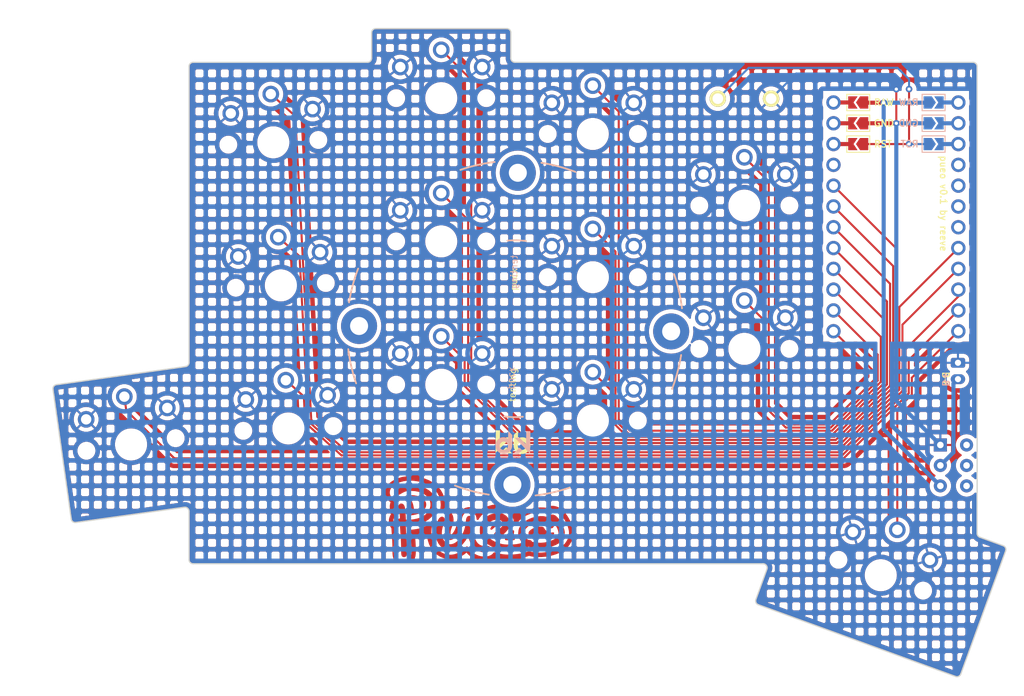
<source format=kicad_pcb>
(kicad_pcb (version 20240108) (generator "pcbnew") (generator_version "8.0")
  (title_block (title "pueo") (rev "0.1") (company "grassfedreeve"))
  (layers (0 "F.Cu" signal) (31 "B.Cu" signal) (34 "B.Paste" user) (35 "F.Paste" user) (36 "B.SilkS" user "B.Silkscreen") (37 "F.SilkS" user "F.Silkscreen") (38 "B.Mask" user) (39 "F.Mask" user) (44 "Edge.Cuts" user))
  (net 0 "")
  (net 1 "P2")
  (net 2 "P6")
  (net 3 "P4")
  (net 4 "P3")
  (net 5 "P5")
  (net 6 "P7")
  (net 7 "P8")
  (net 8 "RAW")
  (net 9 "GND")
  (net 10 "RST")
  (net 11 "P21")
  (net 12 "P20")
  (net 13 "P19")
  (net 14 "P18")
  (net 15 "P15")
  (net 16 "P14")
  (net 17 "P16")
  (net 18 "P10")
  (net 19 "P9")
  (net 20 "bat+")
  (footprint "trochilidae:ChocSimpleReversible" (layer "F.Cu") (at 192.495004 105.086406 -20)
    (property "Reference" "S13" (hide yes))
    (property "Value" "" (hide yes))
    (pad "" np_thru_hole circle (at -5.5 0 152) (size 1.7018 1.7018) (drill 1.7018) (layers "*.Cu" "*.Mask"))
    (pad "" np_thru_hole circle (at 0 0 152) (size 3.429 3.429) (drill 3.429) (layers "*.Cu" "*.Mask"))
    (pad "" np_thru_hole circle (at 5.5 0 152) (size 1.7018 1.7018) (drill 1.7018) (layers "*.Cu" "*.Mask"))
    (pad "1" thru_hole circle (at -5.000001 -3.8 152) (size 2.032 2.032) (drill 1.27) (layers "*.Cu" "*.Mask") (net 9 "GND"))
    (pad "1" thru_hole circle (at 5 -3.8 152) (size 2.032 2.032) (drill 1.27) (layers "*.Cu" "*.Mask") (net 9 "GND"))
    (pad "2" thru_hole circle (at 0 -5.9 152) (size 2.032 2.032) (drill 1.27) (layers "*.Cu" "*.Mask") (net 18 "P10"))
  )
  (footprint "trochilidae:ChocSimpleReversible" (layer "F.Cu") (at 138.845007 81.811405)
    (property "Reference" "S5" (hide yes))
    (property "Value" "" (hide yes))
    (pad "" np_thru_hole circle (at -5.5 0 172) (size 1.7018 1.7018) (drill 1.7018) (layers "*.Cu" "*.Mask"))
    (pad "" np_thru_hole circle (at 0 0 172) (size 3.429 3.429) (drill 3.429) (layers "*.Cu" "*.Mask"))
    (pad "" np_thru_hole circle (at 5.5 0 172) (size 1.7018 1.7018) (drill 1.7018) (layers "*.Cu" "*.Mask"))
    (pad "1" thru_hole circle (at -5 -3.8 172) (size 2.032 2.032) (drill 1.27) (layers "*.Cu" "*.Mask") (net 9 "GND"))
    (pad "1" thru_hole circle (at 5 -3.8 172) (size 2.032 2.032) (drill 1.27) (layers "*.Cu" "*.Mask") (net 9 "GND"))
    (pad "2" thru_hole circle (at 0 -5.9 172) (size 2.032 2.032) (drill 1.27) (layers "*.Cu" "*.Mask") (net 1 "P2"))
  )
  (footprint "trochilidae:ChocSimpleReversible" (layer "F.Cu") (at 157.345001 68.686408)
    (property "Reference" "S9" (hide yes))
    (property "Value" "" (hide yes))
    (pad "" np_thru_hole circle (at -5.5 0 172) (size 1.7018 1.7018) (drill 1.7018) (layers "*.Cu" "*.Mask"))
    (pad "" np_thru_hole circle (at 0 0 172) (size 3.429 3.429) (drill 3.429) (layers "*.Cu" "*.Mask"))
    (pad "" np_thru_hole circle (at 5.5 0 172) (size 1.7018 1.7018) (drill 1.7018) (layers "*.Cu" "*.Mask"))
    (pad "1" thru_hole circle (at -5 -3.8 172) (size 2.032 2.032) (drill 1.27) (layers "*.Cu" "*.Mask") (net 9 "GND"))
    (pad "1" thru_hole circle (at 5 -3.8 172) (size 2.032 2.032) (drill 1.27) (layers "*.Cu" "*.Mask") (net 9 "GND"))
    (pad "2" thru_hole circle (at 0 -5.9 172) (size 2.032 2.032) (drill 1.27) (layers "*.Cu" "*.Mask") (net 2 "P6"))
  )
  (footprint "trochilidae:ChocSimpleReversible" (layer "F.Cu") (at 119.264759 69.683573 3)
    (property "Reference" "S3" (hide yes))
    (property "Value" "" (hide yes))
    (pad "" np_thru_hole circle (at -5.5 0 175) (size 1.7018 1.7018) (drill 1.7018) (layers "*.Cu" "*.Mask"))
    (pad "" np_thru_hole circle (at 0 0 175) (size 3.429 3.429) (drill 3.429) (layers "*.Cu" "*.Mask"))
    (pad "" np_thru_hole circle (at 5.5 0 175) (size 1.7018 1.7018) (drill 1.7018) (layers "*.Cu" "*.Mask"))
    (pad "1" thru_hole circle (at -5 -3.8 175) (size 2.032 2.032) (drill 1.27) (layers "*.Cu" "*.Mask") (net 9 "GND"))
    (pad "1" thru_hole circle (at 5 -3.8 175) (size 2.032 2.032) (drill 1.27) (layers "*.Cu" "*.Mask") (net 9 "GND"))
    (pad "2" thru_hole circle (at 0 -5.9 175) (size 2.032 2.032) (drill 1.27) (layers "*.Cu" "*.Mask") (net 15 "P15"))
  )
  (footprint "trochilidae:ChocSimpleReversible" (layer "F.Cu") (at 120.18064 87.159592 3)
    (property "Reference" "S2" (hide yes))
    (property "Value" "" (hide yes))
    (pad "" np_thru_hole circle (at -5.5 0 175) (size 1.7018 1.7018) (drill 1.7018) (layers "*.Cu" "*.Mask"))
    (pad "" np_thru_hole circle (at 0 0 175) (size 3.429 3.429) (drill 3.429) (layers "*.Cu" "*.Mask"))
    (pad "" np_thru_hole circle (at 5.5 0 175) (size 1.7018 1.7018) (drill 1.7018) (layers "*.Cu" "*.Mask"))
    (pad "1" thru_hole circle (at -5 -3.8 175) (size 2.032 2.032) (drill 1.27) (layers "*.Cu" "*.Mask") (net 9 "GND"))
    (pad "1" thru_hole circle (at 5 -3.8 175) (size 2.032 2.032) (drill 1.27) (layers "*.Cu" "*.Mask") (net 9 "GND"))
    (pad "2" thru_hole circle (at 0 -5.9 175) (size 2.032 2.032) (drill 1.27) (layers "*.Cu" "*.Mask") (net 16 "P14"))
  )
  (footprint "trochilidae:ProMicroSimpleJumper" (layer "F.Cu") (at 194.345007 61.311409 -90)
    (property "Reference" "MCU1" (hide yes))
    (property "Value" "" (hide yes))
    (fp_text user "RAW" (at -13.978065 -1.553464 0) (layer "B.SilkS") (effects (font (size 0.8 0.8)) (justify mirror)))
    (fp_text user "GND" (at -11.43806 -1.553463 0) (layer "B.SilkS") (effects (font (size 0.8 0.8)) (justify mirror)))
    (fp_text user "RST" (at -8.89806 -1.667748 0) (layer "B.SilkS") (effects (font (size 0.8 0.8)) (justify mirror)))
    (fp_text user "RAW" (at -13.970001 1.46071 0) (layer "F.SilkS") (effects (font (size 0.8 0.8))))
    (fp_text user "RST" (at -8.889999 1.574999 0) (layer "F.SilkS") (effects (font (size 0.8 0.8))))
    (fp_text user "GND" (at -11.430001 1.460715 0) (layer "F.SilkS") (effects (font (size 0.8 0.8))))
    (pad "" smd rect (at -13.970001 -6.275 270) (size 0.5 1.524) (layers "B.Cu" "B.Mask"))
    (pad "" smd custom (at -13.970001 5.325 180) (size 0.3 0.3) (layers "F.Cu" "F.Mask") (options (clearance outline) (anchor rect)) (primitives (gr_poly (pts (xy 0.5 0.75) (xy -0.65 0.75) (xy -0.15 0) (xy -0.65 -0.75) (xy 0.5 -0.75)) (width 0) (fill yes))))
    (pad "" smd rect (at -13.97 6.249999 270) (size 0.5 1.524) (layers "F.Cu" "F.Mask"))
    (pad "" smd custom (at -13.969999 -5.325001 180) (size 0.3 0.3) (layers "B.Cu" "B.Mask") (options (clearance outline) (anchor rect)) (primitives (gr_poly (pts (xy 0.15 0) (xy 0.65 0.75) (xy -0.5 0.75) (xy -0.5 -0.75) (xy 0.65 -0.75)) (width 0) (fill yes))))
    (pad "" thru_hole circle (at -13.969999 7.619993 270) (size 1.7526 1.7526) (drill 1.0922) (layers "*.Cu" "*.Mask"))
    (pad "" thru_hole circle (at -13.969997 -7.619996 270) (size 1.7526 1.7526) (drill 1.0922) (layers "*.Cu" "*.Mask"))
    (pad "" smd custom (at -11.430001 -5.325 180) (size 0.3 0.3) (layers "B.Cu" "B.Mask") (options (clearance outline) (anchor rect)) (primitives (gr_poly (pts (xy 0.15 0) (xy 0.65 0.75) (xy -0.5 0.75) (xy -0.5 -0.75) (xy 0.65 -0.75)) (width 0) (fill yes))))
    (pad "" smd custom (at -11.43 5.325 180) (size 0.3 0.3) (layers "F.Cu" "F.Mask") (options (clearance outline) (anchor rect)) (primitives (gr_poly (pts (xy 0.5 0.75) (xy -0.65 0.75) (xy -0.15 0) (xy -0.65 -0.75) (xy 0.5 -0.75)) (width 0) (fill yes))))
    (pad "" smd rect (at -11.43 6.250001 270) (size 0.5 1.524) (layers "F.Cu" "F.Mask"))
    (pad "" thru_hole circle (at -11.43 7.62 270) (size 1.7526 1.7526) (drill 1.0922) (layers "*.Cu" "*.Mask") (net 9 "GND"))
    (pad "" thru_hole circle (at -11.429999 -7.62) (size 1.7526 1.7526) (drill 1.0922) (layers "*.Cu" "*.Mask") (net 9 "GND"))
    (pad "" smd rect (at -11.429998 -6.275001 270) (size 0.5 1.524) (layers "B.Cu" "B.Mask"))
    (pad "" thru_hole circle (at -8.890001 7.619999 270) (size 1.7526 1.7526) (drill 1.0922) (layers "*.Cu" "*.Mask"))
    (pad "" thru_hole circle (at -8.89 -7.620002 270) (size 1.7526 1.7526) (drill 1.0922) (layers "*.Cu" "*.Mask"))
    (pad "" smd rect (at -8.89 -6.275 270) (size 0.5 1.524) (layers "B.Cu" "B.Mask"))
    (pad "" smd custom (at -8.89 5.324999 180) (size 0.3 0.3) (layers "F.Cu" "F.Mask") (options (clearance outline) (anchor rect)) (primitives (gr_poly (pts (xy 0.5 0.75) (xy -0.65 0.75) (xy -0.15 0) (xy -0.65 -0.75) (xy 0.5 -0.75)) (width 0) (fill yes))))
    (pad "" smd rect (at -8.89 6.250001 270) (size 0.5 1.524) (layers "F.Cu" "F.Mask"))
    (pad "" smd custom (at -8.889999 -5.324998 180) (size 0.3 0.3) (layers "B.Cu" "B.Mask") (options (clearance outline) (anchor rect)) (primitives (gr_poly (pts (xy 0.15 0) (xy 0.65 0.75) (xy -0.5 0.75) (xy -0.5 -0.75) (xy 0.65 -0.75)) (width 0) (fill yes))))
    (pad "" thru_hole circle (at -6.349998 -7.620001 270) (size 1.7526 1.7526) (drill 1.0922) (layers "*.Cu" "*.Mask"))
    (pad "" thru_hole circle (at -6.349998 7.62 270) (size 1.7526 1.7526) (drill 1.0922) (layers "*.Cu" "*.Mask"))
    (pad "1" smd custom (at -13.970001 3.875003 180) (size 0.3 0.3) (layers "F.Cu" "F.Mask") (net 8 "RAW") (options (clearance outline) (anchor rect)) (primitives (gr_poly (pts (xy 1 0) (xy 0.5 0.75) (xy -0.5 0.75) (xy -0.5 -0.75) (xy 0.5 -0.75)) (width 0) (fill yes))))
    (pad "1" smd custom (at -13.97 -3.875 180) (size 0.3 0.3) (layers "B.Cu" "B.Mask") (net 8 "RAW") (options (clearance outline) (anchor rect)) (primitives (gr_poly (pts (xy 0.5 0.75) (xy -0.5 0.75) (xy -1 0) (xy -0.5 -0.75) (xy 0.5 -0.75)) (width 0) (fill yes))))
    (pad "2" smd custom (at -11.430002 -3.875001 180) (size 0.3 0.3) (layers "B.Cu" "B.Mask") (net 9 "GND") (options (clearance outline) (anchor rect)) (primitives (gr_poly (pts (xy 0.5 0.75) (xy -0.5 0.75) (xy -1 0) (xy -0.5 -0.75) (xy 0.5 -0.75)) (width 0) (fill yes))))
    (pad "2" smd custom (at -11.430001 3.875 180) (size 0.3 0.3) (layers "F.Cu" "F.Mask") (net 9 "GND") (options (clearance outline) (anchor rect)) (primitives (gr_poly (pts (xy 1 0) (xy 0.5 0.75) (xy -0.5 0.75) (xy -0.5 -0.75) (xy 0.5 -0.75)) (width 0) (fill yes))))
    (pad "3" smd custom (at -8.89 -3.875 180) (size 0.3 0.3) (layers "B.Cu" "B.Mask") (net 10 "RST") (options (clearance outline) (anchor rect)) (primitives (gr_poly (pts (xy 0.5 0.75) (xy -0.5 0.75) (xy -1 0) (xy -0.5 -0.75) (xy 0.5 -0.75)) (width 0) (fill yes))))
    (pad "3" smd custom (at -8.89 3.875 180) (size 0.3 0.3) (layers "F.Cu" "F.Mask") (net 10 "RST") (options (clearance outline) (anchor rect)) (primitives (gr_poly (pts (xy 1 0) (xy 0.5 0.75) (xy -0.5 0.75) (xy -0.5 -0.75) (xy 0.5 -0.75)) (width 0) (fill yes))))
    (pad "5" thru_hole circle (at -3.81 -7.62 270) (size 1.7526 1.7526) (drill 1.0922) (layers "*.Cu" "*.Mask") (net 11 "P21"))
    (pad "6" thru_hole circle (at -1.270001 -7.62 270) (size 1.7526 1.7526) (drill 1.0922) (layers "*.Cu" "*.Mask") (net 12 "P20"))
    (pad "7" thru_hole circle (at 1.270001 -7.62 270) (size 1.7526 1.7526) (drill 1.0922) (layers "*.Cu" "*.Mask") (net 13 "P19"))
    (pad "8" thru_hole circle (at 3.810001 -7.620001 270) (size 1.7526 1.7526) (drill 1.0922) (layers "*.Cu" "*.Mask") (net 14 "P18"))
    (pad "9" thru_hole circle (at 6.349998 -7.62 270) (size 1.7526 1.7526) (drill 1.0922) (layers "*.Cu" "*.Mask") (net 15 "P15"))
    (pad "10" thru_hole circle (at 8.890001 -7.619999 270) (size 1.7526 1.7526) (drill 1.0922) (layers "*.Cu" "*.Mask") (net 16 "P14"))
    (pad "11" thru_hole circle (at 11.43 -7.62 270) (size 1.7526 1.7526) (drill 1.0922) (layers "*.Cu" "*.Mask") (net 17 "P16"))
    (pad "12" thru_hole circle (at 13.969999 -7.619993 270) (size 1.7526 1.7526) (drill 1.0922) (layers "*.Cu" "*.Mask") (net 18 "P10"))
    (pad "17" thru_hole circle (at -3.810001 7.620001 270) (size 1.7526 1.7526) (drill 1.0922) (layers "*.Cu" "*.Mask") (net 1 "P2"))
    (pad "18" thru_hole circle (at -1.270001 7.62 270) (size 1.7526 1.7526) (drill 1.0922) (layers "*.Cu" "*.Mask") (net 4 "P3"))
    (pad "19" thru_hole circle (at 1.270001 7.62 270) (size 1.7526 1.7526) (drill 1.0922) (layers "*.Cu" "*.Mask") (net 3 "P4"))
    (pad "20" thru_hole circle (at 3.81 7.62 270) (size 1.7526 1.7526) (drill 1.0922) (layers "*.Cu" "*.Mask") (net 5 "P5"))
    (pad "21" thru_hole circle (at 6.349998 7.620001 270) (size 1.7526 1.7526) (drill 1.0922) (layers "*.Cu" "*.Mask") (net 2 "P6"))
    (pad "22" thru_hole circle (at 8.89 7.620002 270) (size 1.7526 1.7526) (drill 1.0922) (layers "*.Cu" "*.Mask") (net 6 "P7"))
    (pad "23" thru_hole circle (at 11.429999 7.62 270) (size 1.7526 1.7526) (drill 1.0922) (layers "*.Cu" "*.Mask") (net 7 "P8"))
    (pad "24" thru_hole circle (at 13.969997 7.619996 270) (size 1.7526 1.7526) (drill 1.0922) (layers "*.Cu" "*.Mask") (net 19 "P9"))
    (zone (net 0) (net_name "") (layers "*.Cu") (connect_pads (clearance 0)) (min_thickness 0.254)
      (keepout (tracks allowed) (vias allowed) (pads allowed) (copperpour not_allowed) (footprints allowed))
      (fill (thermal_gap 0.508) (thermal_bridge_width 0.508))
      (polygon (pts (xy 185.455008 76.551408) (xy 185.455006 45.931407) (xy 203.265008 45.931409) (xy 203.265007 76.551409)))
    )
  )
  (footprint "LOGO" (layer "F.Cu") (at 143.478006 98.446429)
    (property "Reference" "G***" (hide yes))
    (property "Value" "LOGO" (hide yes))
    (fp_poly (pts (xy -1.165499 -0.357778) (xy -1.13345 -0.338997) (xy -1.108864 -0.304031) (xy -1.090558 -0.2433) (xy -1.077351 -0.147227) (xy -1.068059 -0.00623) (xy -1.061501 0.189267) (xy -1.056494 0.448845) (xy -1.055185 0.535947) (xy -1.047107 0.863722) (xy -1.03116 1.134468) (xy -1.004054 1.36741) (xy -0.962499 1.581775) (xy -0.903207 1.796787) (xy -0.822886 2.031671) (xy -0.7793 2.148199) (xy -0.643253 2.466485) (xy -0.499292 2.719647) (xy -0.338288 2.918942) (xy -0.151109 3.075629) (xy 0.071373 3.200965) (xy 0.076391 3.203296) (xy 0.18929 3.250719) (xy 0.293285 3.279209) (xy 0.413709 3.292807) (xy 0.575891 3.295552) (xy 0.649324 3.294663) (xy 0.85481 3.29353) (xy 0.995598 3.299622) (xy 1.083231 3.315409) (xy 1.129254 3.343364) (xy 1.145212 3.385959) (xy 1.145865 3.400991) (xy 1.110787 3.474409) (xy 1.015277 3.531595) (xy 0.873916 3.570744) (xy 0.70129 3.590049) (xy 0.51198 3.587705) (xy 0.320572 3.561906) (xy 0.171381 3.521671) (xy -0.149361 3.377416) (xy -0.418108 3.181765) (xy -0.642567 2.928026) (xy -0.79215 2.684926) (xy -0.886238 2.482548) (xy -0.984011 2.230663) (xy -1.076932 1.955174) (xy -1.156465 1.681982) (xy -1.214073 1.436988) (xy -1.227022 1.365488) (xy -1.252475 1.226689) (xy -1.276852 1.12277) (xy -1.295749 1.071817) (xy -1.299119 1.069473) (xy -1.322111 1.102821) (xy -1.357852 1.189476) (xy -1.391638 1.289097) (xy -1.585039 1.782547) (xy -1.843438 2.237455) (xy -2.164273 2.649553) (xy -2.283883 2.775896) (xy -2.574873 3.027576) (xy -2.876978 3.211577) (xy -3.184206 3.327481) (xy -3.49056 3.374872) (xy -3.790048 3.353332) (xy -4.076675 3.262442) (xy -4.344447 3.101786) (xy -4.53191 2.932502) (xy -4.742333 2.67028) (xy -4.897142 2.382566) (xy -5.001536 2.056604) (xy -5.060715 1.67964) (xy -5.06559 1.623308) (xy -5.072696 1.372255) (xy -5.057884 1.107642) (xy -5.024095 0.839855) (xy -4.97427 0.579278) (xy -4.911352 0.336297) (xy -4.838281 0.121294) (xy -4.758 -0.055344) (xy -4.673449 -0.183233) (xy -4.587572 -0.251988) (xy -4.532105 -0.260003) (xy -4.459989 -0.216954) (xy -4.436576 -0.115744) (xy -4.46183 0.042964) (xy -4.535716 0.258507) (xy -4.563464 0.325117) (xy -4.70946 0.736207) (xy -4.793212 1.139117) (xy -4.815293 1.526764) (xy -4.776276 1.892063) (xy -4.676732 2.22793) (xy -4.517236 2.527281) (xy -4.370573 2.710932) (xy -4.204404 2.873144) (xy -4.052194 2.982606) (xy -3.890981 3.053444) (xy -3.756946 3.088354) (xy -3.472817 3.11032) (xy -3.189441 3.06155) (xy -2.911281 2.947609) (xy -2.642803 2.774061) (xy -2.388473 2.546471) (xy -2.152756 2.270404) (xy -1.940118 1.951425) (xy -1.755024 1.595098) (xy -1.601939 1.206987) (xy -1.485328 0.792659) (xy -1.409657 0.357676) (xy -1.388773 0.137169) (xy -1.36414 -0.093417) (xy -1.32581 -0.251981) (xy -1.272253 -0.341918) (xy -1.201938 -0.366622)) (stroke (width 0.5)) (fill solid) (layer "F.Cu"))
    (fp_poly (pts (xy -8.172305 -4.139825) (xy -8.049785 -4.128819) (xy -7.53738 -4.050262) (xy -7.075024 -3.926659) (xy -6.665364 -3.760223) (xy -6.311053 -3.553167) (xy -6.014738 -3.307705) (xy -5.779071 -3.026049) (xy -5.606701 -2.710413) (xy -5.500279 -2.363011) (xy -5.462454 -1.986054) (xy -5.462408 -1.967895) (xy -5.499599 -1.596134) (xy -5.607624 -1.246011) (xy -5.783098 -0.921084) (xy -6.022633 -0.624913) (xy -6.322845 -0.361056) (xy -6.680345 -0.133072) (xy -7.091749 0.05548) (xy -7.517177 0.191648) (xy -7.779191 0.247498) (xy -8.086572 0.292894) (xy -8.40864 0.32463) (xy -8.714715 0.339501) (xy -8.914849 0.337679) (xy -9.216616 0.324661) (xy -9.191924 0.973985) (xy -9.178971 1.256778) (xy -9.160632 1.580415) (xy -9.139098 1.909723) (xy -9.116558 2.209533) (xy -9.110487 2.281994) (xy -9.083361 2.631971) (xy -9.06319 2.966349) (xy -9.050107 3.275892) (xy -9.04425 3.551362) (xy -9.045754 3.783524) (xy -9.054755 3.963139) (xy -9.071389 4.080971) (xy -9.083539 4.115564) (xy -9.137883 4.188158) (xy -9.191126 4.191173) (xy -9.235669 4.155669) (xy -9.25388 4.108089) (xy -9.26723 4.003372) (xy -9.276035 3.836308) (xy -9.28061 3.601687) (xy -9.281467 3.401308) (xy -9.284573 3.123632) (xy -9.293202 2.798854) (xy -9.306282 2.45598) (xy -9.322741 2.124015) (xy -9.33728 1.890676) (xy -9.356027 1.618273) (xy -9.374687 1.341482) (xy -9.391939 1.080339) (xy -9.406457 0.854881) (xy -9.41692 0.685143) (xy -9.417095 0.682176) (xy -9.441063 0.275781) (xy -9.580907 0.185285) (xy -9.676416 0.105541) (xy -9.719761 0.029682) (xy -9.720751 0.018747) (xy -9.707718 -0.031656) (xy -9.655004 -0.051686) (xy -9.577518 -0.052937) (xy -9.434285 -0.04858) (xy -9.434431 -0.339403) (xy -9.436039 -0.449727) (xy -9.441852 -0.559484) (xy -9.453525 -0.681558) (xy -9.472712 -0.828835) (xy -9.50107 -1.0142) (xy -9.540252 -1.250539) (xy -9.584618 -1.508704) (xy -9.607069 -1.685624) (xy -9.600054 -1.799505) (xy -9.56188 -1.858475) (xy -9.508983 -1.871579) (xy -9.438906 -1.848748) (xy -9.379696 -1.777185) (xy -9.330327 -1.65229) (xy -9.289772 -1.469459) (xy -9.257004 -1.224092) (xy -9.230997 -0.911585) (xy -9.211105 -0.536352) (xy -9.186015 0.054064) (xy -9.033233 0.087735) (xy -8.819344 0.113822) (xy -8.552741 0.113832) (xy -8.251501 0.090392) (xy -7.9337 0.04613) (xy -7.617418 -0.016326) (xy -7.320731 -0.094348) (xy -7.061718 -0.185308) (xy -7.013811 -0.205805) (xy -6.655699 -0.397892) (xy -6.351408 -0.627978) (xy -6.102723 -0.889229) (xy -5.91143 -1.174812) (xy -5.779315 -1.477893) (xy -5.708164 -1.791641) (xy -5.699763 -2.109221) (xy -5.755897 -2.4238) (xy -5.878354 -2.728545) (xy -6.068918 -3.016623) (xy -6.232751 -3.194195) (xy -6.554079 -3.449448) (xy -6.926931 -3.648927) (xy -7.350243 -3.792265) (xy -7.82295 -3.879095) (xy -8.307518 -3.908829) (xy -8.585705 -3.904386) (xy -8.821134 -3.881089) (xy -9.034637 -3.832882) (xy -9.247044 -3.753705) (xy -9.479186 -3.637501) (xy -9.718504 -3.498492) (xy -9.899458 -3.403499) (xy -10.03372 -3.365316) (xy -10.119886 -3.384189) (xy -10.148031 -3.423302) (xy -10.145025 -3.517267) (xy -10.075613 -3.624055) (xy -9.946771 -3.735248) (xy -9.828258 -3.809365) (xy -9.450716 -3.984361) (xy -9.055796 -4.096527) (xy -8.633119 -4.147727)) (stroke (width 0.5)) (fill solid) (layer "F.Cu"))
    (fp_poly (pts (xy 2.472588 -0.702869) (xy 2.602523 -0.692878) (xy 2.706895 -0.669724) (xy 2.811065 -0.628849) (xy 2.871599 -0.600048) (xy 3.121268 -0.439814) (xy 3.309497 -0.236561) (xy 3.433373 0.005183) (xy 3.489979 0.280891) (xy 3.493394 0.36601) (xy 3.490697 0.516087) (xy 3.473978 0.623321) (xy 3.43332 0.721051) (xy 3.358804 0.842618) (xy 3.345691 0.862551) (xy 3.213729 1.036873) (xy 3.038317 1.232869) (xy 2.839822 1.430229) (xy 2.638612 1.608642) (xy 2.464119 1.741663) (xy 2.317207 1.824622) (xy 2.18663 1.866661) (xy 2.087443 1.864584) (xy 2.042117 1.831212) (xy 2.024411 1.754895) (xy 2.061877 1.664467) (xy 2.158622 1.554506) (xy 2.318755 1.41959) (xy 2.400573 1.358085) (xy 2.6986 1.122033) (xy 2.924379 0.903191) (xy 3.079365 0.69868) (xy 3.165011 0.505621) (xy 3.182771 0.321136) (xy 3.134101 0.142347) (xy 3.070529 0.032122) (xy 2.902696 -0.167782) (xy 2.714801 -0.304786) (xy 2.496515 -0.382858) (xy 2.237506 -0.405969) (xy 1.982246 -0.385989) (xy 1.62708 -0.304811) (xy 1.318607 -0.163234) (xy 1.057031 0.038602) (xy 0.842552 0.300556) (xy 0.73587 0.487908) (xy 0.669673 0.626164) (xy 0.627682 0.733953) (xy 0.604408 0.837033) (xy 0.59436 0.961166) (xy 0.592049 1.132112) (xy 0.592031 1.162884) (xy 0.594248 1.348063) (xy 0.603778 1.480932) (xy 0.624933 1.585512) (xy 0.662028 1.685823) (xy 0.700767 1.768359) (xy 0.883983 2.058029) (xy 1.13413 2.323494) (xy 1.444383 2.560444) (xy 1.807919 2.764567) (xy 2.217912 2.931553) (xy 2.667539 3.057092) (xy 2.777209 3.079918) (xy 3.042468 3.118113) (xy 3.363111 3.139124) (xy 3.685865 3.144027) (xy 4.152284 3.131424) (xy 4.559037 3.094539) (xy 4.919613 3.031105) (xy 5.247497 2.938852) (xy 5.506876 2.837715) (xy 5.723676 2.742177) (xy 5.478669 2.512986) (xy 5.25121 2.262433) (xy 5.113914 2.040549) (xy 5.05575 1.916578) (xy 5.021569 1.818015) (xy 5.006515 1.717511) (xy 5.005733 1.587718) (xy 5.011218 1.462035) (xy 5.042484 1.194709) (xy 5.112829 0.966663) (xy 5.231901 0.757582) (xy 5.409346 0.547151) (xy 5.478766 0.477443) (xy 5.783213 0.22297) (xy 6.125186 0.019952) (xy 6.519639 -0.140341) (xy 6.558864 -0.153176) (xy 7.018721 -0.274729) (xy 7.441648 -0.331477) (xy 7.830848 -0.323614) (xy 8.187091 -0.252069) (xy 8.409649 -0.159953) (xy 8.603829 -0.031855) (xy 8.757968 0.120577) (xy 8.860402 0.285698) (xy 8.899468 0.451858) (xy 8.899549 0.4594) (xy 8.877249 0.58969) (xy 8.820192 0.660827) (xy 8.743149 0.668638) (xy 8.660887 0.60895) (xy 8.615509 0.539657) (xy 8.561916 0.456479) (xy 8.477186 0.345307) (xy 8.404243 0.25855) (xy 8.292575 0.145827) (xy 8.179345 0.070739) (xy 8.030659 0.011916) (xy 7.995329 0.000731) (xy 7.675154 -0.061783) (xy 7.324913 -0.06652) (xy 6.959601 -0.017392) (xy 6.59421 0.081692) (xy 6.243734 0.22682) (xy 5.923167 0.414083) (xy 5.685801 0.603092) (xy 5.481881 0.822941) (xy 5.346513 1.047163) (xy 5.272622 1.290904) (xy 5.252842 1.529927) (xy 5.25549 1.686696) (xy 5.27027 1.798358) (xy 5.305553 1.896105) (xy 5.36971 2.011129) (xy 5.391542 2.046725) (xy 5.49539 2.19298) (xy 5.619492 2.337532) (xy 5.708889 2.424009) (xy 5.827408 2.515277) (xy 5.925193 2.561734) (xy 6.031285 2.576515) (xy 6.04667 2.576791) (xy 6.149644 2.583608) (xy 6.196406 2.608044) (xy 6.206767 2.654586) (xy 6.244092 2.718122) (xy 6.352668 2.777495) (xy 6.527394 2.831046) (xy 6.763171 2.877119) (xy 6.980905 2.906208) (xy 7.529837 2.930153) (xy 8.070411 2.87847) (xy 8.599126 2.751767) (xy 9.112481 2.550653) (xy 9.160796 2.527469) (xy 9.440892 2.36312) (xy 9.654813 2.173146) (xy 9.810622 1.949937) (xy 9.843923 1.882657) (xy 9.899238 1.745818) (xy 9.924506 1.626229) (xy 9.926269 1.485072) (xy 9.922186 1.418376) (xy 9.865902 1.111327) (xy 9.743821 0.78966) (xy 9.56205 0.464547) (xy 9.326698 0.147158) (xy 9.085802 -0.111385) (xy 8.940783 -0.260675) (xy 8.854957 -0.372085) (xy 8.825 -0.451635) (xy 8.847587 -0.505348) (xy 8.862286 -0.516215) (xy 8.925219 -0.526239) (xy 9.010589 -0.516418) (xy 9.153841 -0.451949) (xy 9.310073 -0.325354) (xy 9.472363 -0.148264) (xy 9.633788 0.067695) (xy 9.787427 0.310893) (xy 9.926358 0.569702) (xy 10.043659 0.832495) (xy 10.132407 1.087642) (xy 10.185681 1.323515) (xy 10.198196 1.478656) (xy 10.161949 1.743689) (xy 10.05903 2.005665) (xy 9.898173 2.24929) (xy 9.68811 2.45927) (xy 9.601002 2.524455) (xy 9.270369 2.713699) (xy 8.885648 2.86942) (xy 8.46237 2.989537) (xy 8.016068 3.071968) (xy 7.562272 3.114633) (xy 7.116515 3.11545) (xy 6.694328 3.072339) (xy 6.311243 2.983218) (xy 6.272053 2.970482) (xy 6.008915 2.882228) (xy 5.764082 2.992561) (xy 5.440315 3.112977) (xy 5.059926 3.211753) (xy 4.640123 3.28687) (xy 4.19811 3.336304) (xy 3.751096 3.358037) (xy 3.316287 3.350045) (xy 2.979249 3.31968) (xy 2.489547 3.230224) (xy 2.032323 3.093665) (xy 1.614303 2.913947) (xy 1.242215 2.695012) (xy 0.922785 2.440805) (xy 0.66274 2.155269) (xy 0.472712 1.850303) (xy 0.406375 1.712557) (xy 0.363619 1.606223) (xy 0.339345 1.506882) (xy 0.328454 1.390118) (xy 0.325845 1.231512) (xy 0.325989 1.147711) (xy 0.328648 0.957742) (xy 0.338356 0.817998) (xy 0.359928 0.702349) (xy 0.398174 0.584663) (xy 0.455499 0.444449) (xy 0.636027 0.113172) (xy 0.870359 -0.166015) (xy 1.153849 -0.390203) (xy 1.48185 -0.556487) (xy 1.849717 -0.661959) (xy 2.252802 -0.703714) (xy 2.29173 -0.704254)) (stroke (width 0.5)) (fill solid) (layer "F.Cu"))
  )
  (footprint "trochilidae:ChocSimpleReversible" (layer "F.Cu") (at 100.981722 89.116358 8)
    (property "Reference" "S1" (hide yes))
    (property "Value" "" (hide yes))
    (pad "" np_thru_hole circle (at -5.499993 0.000001 180) (size 1.7018 1.7018) (drill 1.7018) (layers "*.Cu" "*.Mask"))
    (pad "" np_thru_hole circle (at 0 0 180) (size 3.429 3.429) (drill 3.429) (layers "*.Cu" "*.Mask"))
    (pad "" np_thru_hole circle (at 5.499993 -0.000001 180) (size 1.7018 1.7018) (drill 1.7018) (layers "*.Cu" "*.Mask"))
    (pad "1" thru_hole circle (at -4.999999 -3.800004 180) (size 2.032 2.032) (drill 1.27) (layers "*.Cu" "*.Mask") (net 9 "GND"))
    (pad "1" thru_hole circle (at 5 -3.8 180) (size 2.032 2.032) (drill 1.27) (layers "*.Cu" "*.Mask") (net 9 "GND"))
    (pad "2" thru_hole circle (at 0 -5.9 180) (size 2.032 2.032) (drill 1.27) (layers "*.Cu" "*.Mask") (net 17 "P16"))
  )
  (footprint "trochilidae:Tenting_Puck2" (layer "F.Cu") (at 147.861483 74.976407 -1)
    (property "Reference" "REF**" (hide yes))
    (property "Value" "Tenting Puck" (hide yes))
    (fp_text user "tenting" (at -0.254 -6.9215 89) (layer "B.SilkS") (effects (font (size 0.8 0.8) (thickness 0.1)) (justify mirror)))
    (fp_text user "puck" (at -0.190499 6.0325 -91) (layer "B.SilkS") (effects (font (size 0.8 0.8) (thickness 0.1)) (justify mirror)))
    (fp_text user "tenting" (at -0.190499 6.858002 89) (layer "F.SilkS") (effects (font (size 0.8 0.8) (thickness 0.1))))
    (fp_text user "puck" (at -0.254001 -6.032501 89) (layer "F.SilkS") (effects (font (size 0.8 0.8) (thickness 0.1))))
    (pad "1" thru_hole circle (at -19.05 0 359) (size 4.4 4.4) (drill 2.2) (layers "*.Cu" "*.Mask"))
    (pad "1" thru_hole circle (at 0 -19.05 359) (size 4.4 4.4) (drill 2.2) (layers "*.Cu" "*.Mask"))
    (pad "1" thru_hole circle (at 0 19.05 359) (size 4.4 4.4) (drill 2.2) (layers "*.Cu" "*.Mask"))
    (pad "1" thru_hole circle (at 19.05 0 359) (size 4.4 4.4) (drill 2.2) (layers "*.Cu" "*.Mask"))
  )
  (footprint "trochilidae:ChocSimpleReversible" (layer "F.Cu") (at 157.345007 51.186409)
    (property "Reference" "S10" (hide yes))
    (property "Value" "" (hide yes))
    (pad "" np_thru_hole circle (at -5.5 0 172) (size 1.7018 1.7018) (drill 1.7018) (layers "*.Cu" "*.Mask"))
    (pad "" np_thru_hole circle (at 0 0 172) (size 3.429 3.429) (drill 3.429) (layers "*.Cu" "*.Mask"))
    (pad "" np_thru_hole circle (at 5.5 0 172) (size 1.7018 1.7018) (drill 1.7018) (layers "*.Cu" "*.Mask"))
    (pad "1" thru_hole circle (at -5 -3.8 172) (size 2.032 2.032) (drill 1.27) (layers "*.Cu" "*.Mask") (net 9 "GND"))
    (pad "1" thru_hole circle (at 5 -3.8 172) (size 2.032 2.032) (drill 1.27) (layers "*.Cu" "*.Mask") (net 9 "GND"))
    (pad "2" thru_hole circle (at 0 -5.9 172) (size 2.032 2.032) (drill 1.27) (layers "*.Cu" "*.Mask") (net 6 "P7"))
  )
  (footprint "trochilidae:ChocSimpleReversible" (layer "F.Cu") (at 118.34888 52.207554 3)
    (property "Reference" "S4" (hide yes))
    (property "Value" "" (hide yes))
    (pad "" np_thru_hole circle (at -5.5 0 175) (size 1.7018 1.7018) (drill 1.7018) (layers "*.Cu" "*.Mask"))
    (pad "" np_thru_hole circle (at 0 0 175) (size 3.429 3.429) (drill 3.429) (layers "*.Cu" "*.Mask"))
    (pad "" np_thru_hole circle (at 5.5 0 175) (size 1.7018 1.7018) (drill 1.7018) (layers "*.Cu" "*.Mask"))
    (pad "1" thru_hole circle (at -5 -3.8 175) (size 2.032 2.032) (drill 1.27) (layers "*.Cu" "*.Mask") (net 9 "GND"))
    (pad "1" thru_hole circle (at 5 -3.8 175) (size 2.032 2.032) (drill 1.27) (layers "*.Cu" "*.Mask") (net 9 "GND"))
    (pad "2" thru_hole circle (at 0 -5.9 175) (size 2.032 2.032) (drill 1.27) (layers "*.Cu" "*.Mask") (net 14 "P18"))
  )
  (footprint "Connector_JST:JST_PH_B2B-PH-K_1x02_P2.00mm_Vertical" (layer "F.Cu") (at 201.919596 79.136247 -90)
    (property "Reference" "J6" (hide yes))
    (property "Value" "battery charge" (hide yes))
    (pad "1" thru_hole roundrect (at 0 0 270) (size 1.2 1.75) (drill 0.75) (layers "*.Cu" "*.Mask") (roundrect_rratio 0.2083333333) (net 9 "GND"))
    (pad "2" thru_hole oval (at 2 0.000003 270) (size 1.2 1.75) (drill 0.75) (layers "*.Cu" "*.Mask") (net 20 "bat+"))
  )
  (footprint "kbd:ResetSW" (layer "F.Cu") (at 175.855597 46.874244 180)
    (property "Reference" "SW16" (hide yes))
    (property "Value" "SW_Push" (hide yes))
    (pad "1" thru_hole circle (at 3.25 0 180) (size 2 2) (drill 1.3) (layers "*.Cu" "*.Mask" "F.SilkS") (net 10 "RST"))
    (pad "2" thru_hole circle (at -3.25 0 180) (size 2 2) (drill 1.3) (layers "*.Cu" "*.Mask" "F.SilkS") (net 9 "GND"))
  )
  (footprint "trochilidae:ChocSimpleReversible" (layer "F.Cu") (at 157.345003 86.186403)
    (property "Reference" "S8" (hide yes))
    (property "Value" "" (hide yes))
    (pad "" np_thru_hole circle (at -5.5 0 172) (size 1.7018 1.7018) (drill 1.7018) (layers "*.Cu" "*.Mask"))
    (pad "" np_thru_hole circle (at 0 0 172) (size 3.429 3.429) (drill 3.429) (layers "*.Cu" "*.Mask"))
    (pad "" np_thru_hole circle (at 5.5 0 172) (size 1.7018 1.7018) (drill 1.7018) (layers "*.Cu" "*.Mask"))
    (pad "1" thru_hole circle (at -5 -3.8 172) (size 2.032 2.032) (drill 1.27) (layers "*.Cu" "*.Mask") (net 9 "GND"))
    (pad "1" thru_hole circle (at 5 -3.8 172) (size 2.032 2.032) (drill 1.27) (layers "*.Cu" "*.Mask") (net 9 "GND"))
    (pad "2" thru_hole circle (at 0 -5.9 172) (size 2.032 2.032) (drill 1.27) (layers "*.Cu" "*.Mask") (net 5 "P5"))
  )
  (footprint "trochilidae:ChocSimpleReversible" (layer "F.Cu") (at 175.845001 59.936406)
    (property "Reference" "S12" (hide yes))
    (property "Value" "" (hide yes))
    (pad "" np_thru_hole circle (at -5.5 0 172) (size 1.7018 1.7018) (drill 1.7018) (layers "*.Cu" "*.Mask"))
    (pad "" np_thru_hole circle (at 0 0 172) (size 3.429 3.429) (drill 3.429) (layers "*.Cu" "*.Mask"))
    (pad "" np_thru_hole circle (at 5.5 0 172) (size 1.7018 1.7018) (drill 1.7018) (layers "*.Cu" "*.Mask"))
    (pad "1" thru_hole circle (at -5 -3.8 172) (size 2.032 2.032) (drill 1.27) (layers "*.Cu" "*.Mask") (net 9 "GND"))
    (pad "1" thru_hole circle (at 5 -3.8 172) (size 2.032 2.032) (drill 1.27) (layers "*.Cu" "*.Mask") (net 9 "GND"))
    (pad "2" thru_hole circle (at 0 -5.9 172) (size 2.032 2.032) (drill 1.27) (layers "*.Cu" "*.Mask") (net 19 "P9"))
  )
  (footprint "trochilidae:ChocSimpleReversible" (layer "F.Cu") (at 175.845005 77.436403)
    (property "Reference" "S11" (hide yes))
    (property "Value" "" (hide yes))
    (pad "" np_thru_hole circle (at -5.5 0 172) (size 1.7018 1.7018) (drill 1.7018) (layers "*.Cu" "*.Mask"))
    (pad "" np_thru_hole circle (at 0 0 172) (size 3.429 3.429) (drill 3.429) (layers "*.Cu" "*.Mask"))
    (pad "" np_thru_hole circle (at 5.5 0 172) (size 1.7018 1.7018) (drill 1.7018) (layers "*.Cu" "*.Mask"))
    (pad "1" thru_hole circle (at -5 -3.8 172) (size 2.032 2.032) (drill 1.27) (layers "*.Cu" "*.Mask") (net 9 "GND"))
    (pad "1" thru_hole circle (at 5 -3.8 172) (size 2.032 2.032) (drill 1.27) (layers "*.Cu" "*.Mask") (net 9 "GND"))
    (pad "2" thru_hole circle (at 0 -5.9 172) (size 2.032 2.032) (drill 1.27) (layers "*.Cu" "*.Mask") (net 7 "P8"))
  )
  (footprint "trochilidae:ChocSimpleReversible" (layer "F.Cu") (at 138.845003 64.311406)
    (property "Reference" "S6" (hide yes))
    (property "Value" "" (hide yes))
    (pad "" np_thru_hole circle (at -5.5 0 172) (size 1.7018 1.7018) (drill 1.7018) (layers "*.Cu" "*.Mask"))
    (pad "" np_thru_hole circle (at 0 0 172) (size 3.429 3.429) (drill 3.429) (layers "*.Cu" "*.Mask"))
    (pad "" np_thru_hole circle (at 5.5 0 172) (size 1.7018 1.7018) (drill 1.7018) (layers "*.Cu" "*.Mask"))
    (pad "1" thru_hole circle (at -5 -3.8 172) (size 2.032 2.032) (drill 1.27) (layers "*.Cu" "*.Mask") (net 9 "GND"))
    (pad "1" thru_hole circle (at 5 -3.8 172) (size 2.032 2.032) (drill 1.27) (layers "*.Cu" "*.Mask") (net 9 "GND"))
    (pad "2" thru_hole circle (at 0 -5.9 172) (size 2.032 2.032) (drill 1.27) (layers "*.Cu" "*.Mask") (net 4 "P3"))
  )
  (footprint "trochilidae:ChocSimpleReversible" (layer "F.Cu") (at 138.845005 46.811406)
    (property "Reference" "S7" (hide yes))
    (property "Value" "" (hide yes))
    (pad "" np_thru_hole circle (at -5.5 0 172) (size 1.7018 1.7018) (drill 1.7018) (layers "*.Cu" "*.Mask"))
    (pad "" np_thru_hole circle (at 0 0 172) (size 3.429 3.429) (drill 3.429) (layers "*.Cu" "*.Mask"))
    (pad "" np_thru_hole circle (at 5.5 0 172) (size 1.7018 1.7018) (drill 1.7018) (layers "*.Cu" "*.Mask"))
    (pad "1" thru_hole circle (at -5 -3.8 172) (size 2.032 2.032) (drill 1.27) (layers "*.Cu" "*.Mask") (net 9 "GND"))
    (pad "1" thru_hole circle (at 5 -3.8 172) (size 2.032 2.032) (drill 1.27) (layers "*.Cu" "*.Mask") (net 9 "GND"))
    (pad "2" thru_hole circle (at 0 -5.9 172) (size 2.032 2.032) (drill 1.27) (layers "*.Cu" "*.Mask") (net 3 "P4"))
  )
  (footprint "Button_Switch_THT:SW_E-Switch_EG1271_SPDT" (layer "B.Cu") (at 199.7686 89.177738 -90)
    (property "Reference" "on/off" (hide yes))
    (property "Value" "SW_E-Switch_EG1271_SPDT" (hide yes))
    (pad "1" thru_hole rect (at 0 0 270) (size 1.6 1.6) (drill 0.8) (layers "*.Cu" "*.Mask") (net 9 "GND"))
    (pad "2" thru_hole circle (at 2.500001 0.000007 270) (size 1.6 1.6) (drill 0.8) (layers "*.Cu" "*.Mask") (net 20 "bat+"))
    (pad "3" thru_hole circle (at 5 -0.000008 270) (size 1.6 1.6) (drill 0.8) (layers "*.Cu" "*.Mask") (net 8 "RAW"))
    (pad "4" thru_hole circle (at -0.000008 -3.20001 270) (size 1.6 1.6) (drill 0.8) (layers "*.Cu" "*.Mask"))
    (pad "5" thru_hole circle (at 2.5 -3.200005 270) (size 1.6 1.6) (drill 0.8) (layers "*.Cu" "*.Mask"))
    (pad "6" thru_hole circle (at 4.999999 -3.199994 270) (size 1.6 1.6) (drill 0.8) (layers "*.Cu" "*.Mask"))
  )
  (gr_arc (start 107.487918 96.785507) (mid 107.885568 96.90325) (end 108.057506 97.280642) (stroke (width 0.15)) (layer "Edge.Cuts"))
  (gr_arc (start 94.242556 98.647021) (mid 93.872028 98.551235) (end 93.677829 98.221471) (stroke (width 0.15)) (layer "Edge.Cuts"))
  (gr_line (start 147.345004 41.936409) (end 147.345008 38.81141) (stroke (width 0.15)) (layer "Edge.Cuts"))
  (gr_line (start 130.345006 38.811407) (end 130.345005 41.936401) (stroke (width 0.15)) (layer "Edge.Cuts"))
  (gr_arc (start 204.586498 100.441839) (mid 204.347909 100.258789) (end 204.257506 99.971996) (stroke (width 0.15)) (layer "Edge.Cuts"))
  (gr_line (start 129.845003 42.436402) (end 108.557504 42.436407) (stroke (width 0.15)) (layer "Edge.Cuts"))
  (gr_line (start 204.257506 99.971996) (end 204.257507 42.936409) (stroke (width 0.15)) (layer "Edge.Cuts"))
  (gr_arc (start 177.549433 108.692177) (mid 177.267326 108.433634) (end 177.250595 108.051321) (stroke (width 0.15)) (layer "Edge.Cuts"))
  (gr_line (start 108.057509 42.936409) (end 108.057508 79.103742) (stroke (width 0.15)) (layer "Edge.Cuts"))
  (gr_arc (start 146.845008 38.311406) (mid 147.198567 38.457856) (end 147.345008 38.81141) (stroke (width 0.15)) (layer "Edge.Cuts"))
  (gr_line (start 91.451062 82.377183) (end 93.677829 98.221471) (stroke (width 0.15)) (layer "Edge.Cuts"))
  (gr_arc (start 108.057508 79.103742) (mid 107.934856 79.431747) (end 107.627094 79.598874) (stroke (width 0.15)) (layer "Edge.Cuts"))
  (gr_arc (start 91.451062 82.377183) (mid 91.546859 82.006682) (end 91.876609 81.812464) (stroke (width 0.15)) (layer "Edge.Cuts"))
  (gr_arc (start 108.057509 42.936409) (mid 108.203936 42.582853) (end 108.557504 42.436407) (stroke (width 0.15)) (layer "Edge.Cuts"))
  (gr_line (start 178.595064 104.357418) (end 177.250595 108.051321) (stroke (width 0.15)) (layer "Edge.Cuts"))
  (gr_arc (start 178.125219 103.686405) (mid 178.5348 103.899625) (end 178.595064 104.357418) (stroke (width 0.15)) (layer "Edge.Cuts"))
  (gr_line (start 108.057506 97.280642) (end 108.057501 103.186408) (stroke (width 0.15)) (layer "Edge.Cuts"))
  (gr_line (start 203.757502 42.436403) (end 147.845005 42.436407) (stroke (width 0.15)) (layer "Edge.Cuts"))
  (gr_arc (start 130.345005 41.936401) (mid 130.198543 42.289955) (end 129.845003 42.436402) (stroke (width 0.15)) (layer "Edge.Cuts"))
  (gr_line (start 202.267094 117.156574) (end 207.739412 102.121497) (stroke (width 0.15)) (layer "Edge.Cuts"))
  (gr_arc (start 130.345006 38.811407) (mid 130.491436 38.457852) (end 130.845004 38.311408) (stroke (width 0.15)) (layer "Edge.Cuts"))
  (gr_line (start 108.557501 103.686407) (end 178.125219 103.686405) (stroke (width 0.15)) (layer "Edge.Cuts"))
  (gr_arc (start 108.557501 103.686407) (mid 108.203923 103.539966) (end 108.057501 103.186408) (stroke (width 0.15)) (layer "Edge.Cuts"))
  (gr_arc (start 207.44058 101.480636) (mid 207.722717 101.739187) (end 207.739412 102.121497) (stroke (width 0.15)) (layer "Edge.Cuts"))
  (gr_line (start 207.44058 101.480636) (end 204.586498 100.441839) (stroke (width 0.15)) (layer "Edge.Cuts"))
  (gr_line (start 91.876609 81.812464) (end 107.627094 79.598874) (stroke (width 0.15)) (layer "Edge.Cuts"))
  (gr_line (start 94.242556 98.647021) (end 107.487918 96.785507) (stroke (width 0.15)) (layer "Edge.Cuts"))
  (gr_line (start 146.845007 38.311406) (end 130.845004 38.311408) (stroke (width 0.15)) (layer "Edge.Cuts"))
  (gr_line (start 177.549433 108.692177) (end 201.626242 117.455415) (stroke (width 0.15)) (layer "Edge.Cuts"))
  (gr_arc (start 202.267094 117.156574) (mid 202.00857 117.438733) (end 201.626242 117.455415) (stroke (width 0.15)) (layer "Edge.Cuts"))
  (gr_arc (start 203.757502 42.436405) (mid 204.111028 42.582858) (end 204.257506 42.936404) (stroke (width 0.15)) (layer "Edge.Cuts"))
  (gr_arc (start 147.845005 42.436407) (mid 147.491424 42.289968) (end 147.345004 41.936409) (stroke (width 0.15)) (layer "Edge.Cuts"))
  (gr_text "B+" (at 200.421598 81.126242 -90) (layer "B.SilkS") (effects (font (size 0.8 0.8)) (justify mirror)))
  (gr_text "pueo v0.1 by reeve\n\n\n" (at 197.1 53.742 270) (layer "F.SilkS") (effects (font (size 0.8 0.8)) (justify left bottom)))
  (gr_text "B+" (at 200.421598 81.126242 -90) (layer "F.SilkS") (effects (font (size 0.8 0.8))))
  (segment (start 141.699288 78.765691) (end 138.845008 75.911406) (width 0.25) (layer "F.Cu") (net 1))
  (segment (start 194.38513 82.252693) (end 187.322449 89.315372) (width 0.25) (layer "F.Cu") (net 1))
  (segment (start 149.043312 89.315372) (end 141.699288 81.971348) (width 0.25) (layer "F.Cu") (net 1))
  (segment (start 186.725008 57.501405) (end 194.385129 65.16153) (width 0.25) (layer "F.Cu") (net 1))
  (segment (start 141.699288 81.971348) (end 141.699288 78.765691) (width 0.25) (layer "F.Cu") (net 1))
  (segment (start 149.699288 89.315369) (end 149.043312 89.315372) (width 0.25) (layer "F.Cu") (net 1))
  (segment (start 194.385129 65.16153) (end 194.38513 82.252693) (width 0.25) (layer "F.Cu") (net 1))
  (segment (start 187.322449 89.315372) (end 149.699288 89.315369) (width 0.25) (layer "F.Cu") (net 1))
  (segment (start 160.120596 86.209532) (end 161.718438 87.807371) (width 0.25) (layer "F.Cu") (net 2))
  (segment (start 186.697812 87.807374) (end 192.877131 81.628057) (width 0.25) (layer "F.Cu") (net 2))
  (segment (start 162.19347 87.807375) (end 186.697812 87.807374) (width 0.25) (layer "F.Cu") (net 2))
  (segment (start 192.877126 73.813533) (end 186.725006 67.661406) (width 0.25) (layer "F.Cu") (net 2))
  (segment (start 157.345005 62.786411) (end 160.120596 65.562003) (width 0.25) (layer "F.Cu") (net 2))
  (segment (start 160.120596 65.562003) (end 160.120596 86.209532) (width 0.25) (layer "F.Cu") (net 2))
  (segment (start 161.718438 87.807371) (end 162.19347 87.807373) (width 0.25) (layer "F.Cu") (net 2))
  (segment (start 192.877131 81.628057) (end 192.877126 73.813533) (width 0.25) (layer "F.Cu") (net 2))
  (segment (start 149.355629 88.56137) (end 142.504007 81.709746) (width 0.25) (layer "F.Cu") (net 3))
  (segment (start 193.63113 81.940372) (end 187.010128 88.56137) (width 0.25) (layer "F.Cu") (net 3))
  (segment (start 142.504005 44.570406) (end 138.845007 40.911404) (width 0.25) (layer "F.Cu") (net 3))
  (segment (start 142.504007 81.709746) (end 142.504005 44.570406) (width 0.25) (layer "F.Cu") (net 3))
  (segment (start 187.010128 88.56137) (end 149.355629 88.56137) (width 0.25) (layer "F.Cu") (net 3))
  (segment (start 186.725005 62.581408) (end 193.63113 69.487536) (width 0.25) (layer "F.Cu") (net 3))
  (segment (start 193.63113 69.487536) (end 193.63113 81.940372) (width 0.25) (layer "F.Cu") (net 3))
  (segment (start 186.725002 60.041407) (end 194.00813 67.324533) (width 0.25) (layer "F.Cu") (net 4))
  (segment (start 142.127006 81.865907) (end 149.199471 88.93837) (width 0.25) (layer "F.Cu") (net 4))
  (segment (start 194.00813 82.096535) (end 187.166289 88.938371) (width 0.25) (layer "F.Cu") (net 4))
  (segment (start 138.845006 58.411411) (end 142.127006 61.693408) (width 0.25) (layer "F.Cu") (net 4))
  (segment (start 194.00813 67.324533) (end 194.00813 82.096535) (width 0.25) (layer "F.Cu") (net 4))
  (segment (start 149.199471 88.93837) (end 149.599293 88.938371) (width 0.25) (layer "F.Cu") (net 4))
  (segment (start 187.166289 88.938371) (end 149.599293 88.938371) (width 0.25) (layer "F.Cu") (net 4))
  (segment (start 142.127006 61.693408) (end 142.127006 81.865907) (width 0.25) (layer "F.Cu") (net 4))
  (segment (start 161.562277 88.184373) (end 161.900595 88.184374) (width 0.25) (layer "F.Cu") (net 5))
  (segment (start 159.726597 86.003242) (end 159.726594 86.348689) (width 0.25) (layer "F.Cu") (net 5))
  (segment (start 157.345005 80.286404) (end 159.726595 82.667997) (width 0.25) (layer "F.Cu") (net 5))
  (segment (start 159.726594 86.348689) (end 161.562277 88.184373) (width 0.25) (layer "F.Cu") (net 5))
  (segment (start 186.725006 65.121407) (end 193.254128 71.650534) (width 0.25) (layer "F.Cu") (net 5))
  (segment (start 193.254128 71.650534) (end 193.254132 81.784215) (width 0.25) (layer "F.Cu") (net 5))
  (segment (start 193.254132 81.784215) (end 186.85397 88.18437) (width 0.25) (layer "F.Cu") (net 5))
  (segment (start 159.726595 82.667997) (end 159.726597 86.003242) (width 0.25) (layer "F.Cu") (net 5))
  (segment (start 186.85397 88.18437) (end 162.037308 88.184378) (width 0.25) (layer "F.Cu") (net 5))
  (segment (start 192.500127 75.976534) (end 186.725001 70.201407) (width 0.25) (layer "F.Cu") (net 6))
  (segment (start 162.349631 87.430372) (end 186.541654 87.430378) (width 0.25) (layer "F.Cu") (net 6))
  (segment (start 157.345006 45.286409) (end 160.510594 48.451998) (width 0.25) (layer "F.Cu") (net 6))
  (segment (start 192.500129 81.471898) (end 192.500127 75.976534) (width 0.25) (layer "F.Cu") (net 6))
  (segment (start 160.510596 86.066375) (end 161.874596 87.430372) (width 0.25) (layer "F.Cu") (net 6))
  (segment (start 161.874596 87.430372) (end 162.349631 87.430372) (width 0.25) (layer "F.Cu") (net 6))
  (segment (start 160.510594 48.451998) (end 160.510596 86.066375) (width 0.25) (layer "F.Cu") (net 6))
  (segment (start 186.541654 87.430378) (end 192.500129 81.471898) (width 0.25) (layer "F.Cu") (net 6))
  (segment (start 179.385723 85.539117) (end 178.414597 84.567991) (width 0.25) (layer "F.Cu") (net 7))
  (segment (start 192.123128 78.139534) (end 186.725 72.741404) (width 0.25) (layer "F.Cu") (net 7))
  (segment (start 178.414597 84.567991) (end 178.414597 74.105996) (width 0.25) (layer "F.Cu") (net 7))
  (segment (start 192.123129 81.315745) (end 192.123128 78.139534) (width 0.25) (layer "F.Cu") (net 7))
  (segment (start 180.899975 87.053375) (end 186.385497 87.053372) (width 0.25) (layer "F.Cu") (net 7))
  (segment (start 186.385497 87.053372) (end 192.123129 81.315745) (width 0.25) (layer "F.Cu") (net 7))
  (segment (start 179.385723 85.539117) (end 180.899975 87.053375) (width 0.25) (layer "F.Cu") (net 7))
  (segment (start 175.845004 71.536405) (end 178.414597 74.105996) (width 0.25) (layer "F.Cu") (net 7))
  (segment (start 190.463648 47.369526) (end 192.849289 47.369523) (width 0.5) (layer "F.Cu") (net 8))
  (via (at 192.849289 47.369523) (size 0.8) (drill 0.4) (layers "F.Cu" "B.Cu") (net 8))
  (segment (start 194.384926 47.369528) (end 192.849289 47.369523) (width 0.5) (layer "B.Cu") (net 8))
  (segment (start 198.213648 47.369527) (end 194.384926 47.369528) (width 0.5) (layer "B.Cu") (net 8))
  (segment (start 192.849289 47.369523) (end 192.849288 82.972434) (width 0.5) (layer "B.Cu") (net 8))
  (segment (start 192.84929 87.258418) (end 199.768607 94.177739) (width 0.5) (layer "B.Cu") (net 8))
  (segment (start 192.849288 82.972434) (end 192.84929 87.258418) (width 0.5) (layer "B.Cu") (net 8))
  (segment (start 190.470005 49.881407) (end 194.387168 49.881405) (width 0.5) (layer "F.Cu") (net 9))
  (segment (start 194.39129 49.881401) (end 194.391288 45.715551) (width 0.25) (layer "F.Cu") (net 9))
  (segment (start 194.387168 49.881405) (end 194.38729 49.881527) (width 0.25) (layer "F.Cu") (net 9))
  (via (at 194.39129 49.881401) (size 0.8) (drill 0.4) (layers "F.Cu" "B.Cu") (net 9))
  (via (at 194.391288 45.715551) (size 0.8) (drill 0.4) (layers "F.Cu" "B.Cu") (net 9))
  (segment (start 182.693593 43.808242) (end 182.171596 43.808243) (width 0.25) (layer "B.Cu") (net 9))
  (segment (start 194.39129 49.881401) (end 194.391289 83.800427) (width 0.5) (layer "B.Cu") (net 9))
  (segment (start 194.39129 49.881401) (end 194.383408 49.881406) (width 0.25) (layer "B.Cu") (net 9))
  (segment (start 194.391288 45.715551) (end 192.483985 43.808241) (width 0.25) (layer "B.Cu") (net 9))
  (segment (start 182.171596 43.808243) (end 179.105596 46.87424) (width 0.25) (layer "B.Cu") (net 9))
  (segment (start 192.483985 43.808241) (end 182.693593 43.808242) (width 0.25) (layer "B.Cu") (net 9))
  (segment (start 194.391289 83.800427) (end 199.7686 89.177738) (width 0.5) (layer "B.Cu") (net 9))
  (segment (start 198.220007 49.881406) (end 194.39129 49.881401) (width 0.5) (layer "B.Cu") (net 9))
  (segment (start 194.383408 49.881406) (end 194.383288 49.881527) (width 0.25) (layer "B.Cu") (net 9))
  (segment (start 190.470004 52.421405) (end 190.402366 52.395441) (width 0.25) (layer "F.Cu") (net 10))
  (segment (start 195.948595 52.420714) (end 195.948594 45.708243) (width 0.25) (layer "F.Cu") (net 10))
  (segment (start 195.949289 52.421407) (end 195.948595 52.420714) (width 0.25) (layer "F.Cu") (net 10))
  (segment (start 190.470006 52.421407) (end 195.949289 52.421407) (width 0.25) (layer "F.Cu") (net 10))
  (via (at 195.948594 45.708243) (size 0.8) (drill 0.4) (layers "F.Cu" "B.Cu") (net 10))
  (via (at 195.949289 52.421407) (size 0.8) (drill 0.4) (layers "F.Cu" "B.Cu") (net 10))
  (segment (start 176.371597 43.108242) (end 172.605598 46.874243) (width 0.25) (layer "B.Cu") (net 10))
  (segment (start 184.937597 43.108243) (end 176.371597 43.108242) (width 0.25) (layer "B.Cu") (net 10))
  (segment (start 194.545434 43.108242) (end 195.948597 44.511405) (width 0.25) (layer "B.Cu") (net 10))
  (segment (start 184.937597 43.108243) (end 194.545434 43.108242) (width 0.25) (layer "B.Cu") (net 10))
  (segment (start 195.948597 44.511405) (end 195.948594 45.708243) (width 0.25) (layer "B.Cu") (net 10))
  (segment (start 198.220005 52.421406) (end 195.949289 52.421407) (width 0.25) (layer "B.Cu") (net 10))
  (segment (start 194.76213 72.324285) (end 194.762131 79.176399) (width 0.25) (layer "F.Cu") (net 14))
  (segment (start 125.667726 88.521898) (end 122.976443 86.098654) (width 0.25) (layer "F.Cu") (net 14))
  (segment (start 201.965005 65.121411) (end 194.76213 72.324285) (width 0.25) (layer "F.Cu") (net 14))
  (segment (start 187.478606 89.692374) (end 148.620314 89.692373) (width 0.25) (layer "F.Cu") (net 14))
  (segment (start 194.762131 79.176399) (end 194.762129 79.176399) (width 0.25) (layer "F.Cu") (net 14))
  (segment (start 125.674196 88.52156) (end 125.667726 88.521898) (width 0.25) (layer "F.Cu") (net 14))
  (segment (start 194.762129 82.408847) (end 187.478606 89.692374) (width 0.25) (layer "F.Cu") (net 14))
  (segment (start 148.620314 89.692373) (end 126.974513 89.692367) (width 0.25) (layer "F.Cu") (net 14))
  (segment (start 194.762129 79.176399) (end 194.762129 82.408847) (width 0.25) (layer "F.Cu") (net 14))
  (segment (start 121.032718 49.010207) (end 118.040102 46.315641) (width 0.25) (layer "F.Cu") (net 14))
  (segment (start 126.974513 89.692367) (end 125.674196 88.52156) (width 0.25) (layer "F.Cu") (net 14))
  (segment (start 122.976443 86.098654) (end 121.032718 49.010207) (width 0.25) (layer "F.Cu") (net 14))
  (segment (start 122.608132 86.27433) (end 126.810399 90.05807) (width 0.25) (layer "F.Cu") (net 15))
  (segment (start 187.634768 90.069374) (end 195.139131 82.565002) (width 0.25) (layer "F.Cu") (net 15))
  (segment (start 148.433094 90.069373) (end 126.821703 90.069377) (width 0.25) (layer "F.Cu") (net 15))
  (segment (start 122.608132 86.27433) (end 121.552385 66.129476) (width 0.25) (layer "F.Cu") (net 15))
  (segment (start 118.955977 63.791654) (end 121.552387 66.129474) (width 0.25) (layer "F.Cu") (net 15))
  (segment (start 121.552385 66.129476) (end 121.552387 66.129474) (width 0.25) (layer "F.Cu") (net 15))
  (segment (start 126.821703 90.069377) (end 126.810399 90.05807) (width 0.25) (layer "F.Cu") (net 15))
  (segment (start 195.139131 82.565002) (end 195.13913 74.487278) (width 0.25) (layer "F.Cu") (net 15))
  (segment (start 195.13913 74.487278) (end 201.965004 67.661401) (width 0.25) (layer "F.Cu") (net 15))
  (segment (start 148.433094 90.069373) (end 187.634768 90.069374) (width 0.25) (layer "F.Cu") (net 15))
  (segment (start 195.532116 82.705181) (end 187.790925 90.446371) (width 0.25) (layer "F.Cu") (net 16))
  (segment (start 201.965001 71.042511) (end 195.532118 77.475394) (width 0.25) (layer "F.Cu") (net 16))
  (segment (start 187.790925 90.446371) (end 185.75812 90.446372) (width 0.25) (layer "F.Cu") (net 16))
  (segment (start 119.871853 81.267675) (end 122.072051 83.24874) (width 0.25) (layer "F.Cu") (net 16))
  (segment (start 195.532118 77.475394) (end 195.532119 82.589399) (width 0.25) (layer "F.Cu") (net 16))
  (segment (start 185.75812 90.446372) (end 148.265091 90.446373) (width 0.25) (layer "F.Cu") (net 16))
  (segment (start 126.672441 90.446372) (end 126.669177 90.449639) (width 0.25) (layer "F.Cu") (net 16))
  (segment (start 122.072051 83.24874) (end 122.240451 86.461987) (width 0.25) (layer "F.Cu") (net 16))
  (segment (start 201.965003 70.201409) (end 201.965001 71.042511) (width 0.25) (layer "F.Cu") (net 16))
  (segment (start 148.265091 90.446373) (end 126.672441 90.446372) (width 0.25) (layer "F.Cu") (net 16))
  (segment (start 195.532119 82.589399) (end 195.532116 82.705181) (width 0.25) (layer "F.Cu") (net 16))
  (segment (start 122.240451 86.461987) (end 126.669177 90.449639) (width 0.25) (layer "F.Cu") (net 16))
  (segment (start 104.942844 89.492859) (end 106.27662 90.826635) (width 0.25) (layer "F.Cu") (net 17))
  (segment (start 187.947081 90.823375) (end 195.909119 82.861336) (width 0.25) (layer "F.Cu") (net 17))
  (segment (start 148.039833 90.826638) (end 148.043097 90.823374) (width 0.25) (layer "F.Cu") (net 17))
  (segment (start 108.859875 90.826635) (end 148.039833 90.826638) (width 0.25) (layer "F.Cu") (net 17))
  (segment (start 108.659872 90.826636) (end 108.859875 90.826635) (width 0.25) (layer "F.Cu") (net 17))
  (segment (start 106.276619 90.826634) (end 104.942844 89.492859) (width 0.25) (layer "F.Cu") (net 17))
  (segment (start 100.409551 84.959568) (end 104.942844 89.492859) (width 0.25) (layer "F.Cu") (net 17))
  (segment (start 108.659872 90.826636) (end 106.276619 90.826634) (width 0.25) (layer "F.Cu") (net 17))
  (segment (start 201.965002 72.741406) (end 195.909119 78.797292) (width 0.25) (layer "F.Cu") (net 17))
  (segment (start 148.043097 90.823374) (end 187.947081 90.823375) (width 0.25) (layer "F.Cu") (net 17))
  (segment (start 106.27662 90.826635) (end 108.859875 90.826635) (width 0.25) (layer "F.Cu") (net 17))
  (segment (start 100.1606 83.273774) (end 100.396099 84.94943) (width 0.25) (layer "F.Cu") (net 17))
  (segment (start 195.909119 78.797292) (end 195.909119 82.861336) (width 0.25) (layer "F.Cu") (net 17))
  (segment (start 100.396099 84.94943) (end 100.409551 84.959568) (width 0.25) (layer "F.Cu") (net 17))
  (segment (start 199.365227 77.881179) (end 196.286119 80.960283) (width 0.25) (layer "F.Cu") (net 18))
  (segment (start 201.965001 75.28141) (end 199.365227 77.881179) (width 0.25) (layer "F.Cu") (net 18))
  (segment (start 196.286119 80.960283) (end 196.286118 83.017494) (width 0.25) (layer "F.Cu") (net 18))
  (segment (start 194.512923 84.790692) (end 194.51292 99.542222) (width 0.25) (layer "F.Cu") (net 18))
  (segment (start 196.286118 83.017494) (end 194.512923 84.790692) (width 0.25) (layer "F.Cu") (net 18))
  (segment (start 178.824596 84.444834) (end 181.056136 86.676371) (width 0.25) (layer "F.Cu") (net 19))
  (segment (start 186.740167 75.281409) (end 186.725 75.281401) (width 0.25) (layer "F.Cu") (net 19))
  (segment (start 175.845 54.036407) (end 178.824596 57.016002) (width 0.25) (layer "F.Cu") (net 19))
  (segment (start 186.22934 86.676368) (end 191.746127 81.159581) (width 0.25) (layer "F.Cu") (net 19))
  (segment (start 181.056136 86.676371) (end 182.004288 86.676368) (width 0.25) (layer "F.Cu") (net 19))
  (segment (start 178.824595 84.444833) (end 178.824596 84.444834) (width 0.25) (layer "F.Cu") (net 19))
  (segment (start 186.725 75.281401) (end 186.883969 75.440372) (width 0.25) (layer "F.Cu") (net 19))
  (segment (start 178.824596 57.016002) (end 178.824595 84.444833) (width 0.25) (layer "F.Cu") (net 19))
  (segment (start 191.746127 81.159581) (end 191.74613 80.287367) (width 0.25) (layer "F.Cu") (net 19))
  (segment (start 182.004288 86.676368) (end 186.22934 86.676368) (width 0.25) (layer "F.Cu") (net 19))
  (segment (start 191.74613 80.287367) (end 186.740167 75.281409) (width 0.25) (layer "F.Cu") (net 19))
  (segment (start 201.365596 90.080735) (end 199.768592 91.677741) (width 0.5) (layer "B.Cu") (net 20))
  (segment (start 201.365597 81.690244) (end 201.365596 90.080735) (width 0.5) (layer "B.Cu") (net 20))
  (segment (start 201.919593 81.136246) (end 201.365597 81.690244) (width 0.5) (layer "B.Cu") (net 20))
  (zone (net 9) (net_name "GND") (layers "F&B.Cu") (connect_pads (clearance 0.508)) (min_thickness 0.25) (fill yes (mode hatch) (thermal_gap 0.5) (thermal_bridge_width 0.25) (island_removal_mode 1) (island_area_min 10) (hatch_thickness 0.55) (hatch_gap 1) (hatch_orientation 0) (hatch_smoothing_level 1) (hatch_smoothing_value 0.2) (hatch_border_algorithm hatch_thickness) (hatch_min_hole_area 0.3))
    (polygon (pts (xy 209.985128 119.823373) (xy 209.98513 34.823371) (xy 84.985131 34.823372) (xy 84.985127 119.82337)))
  )
)
</source>
